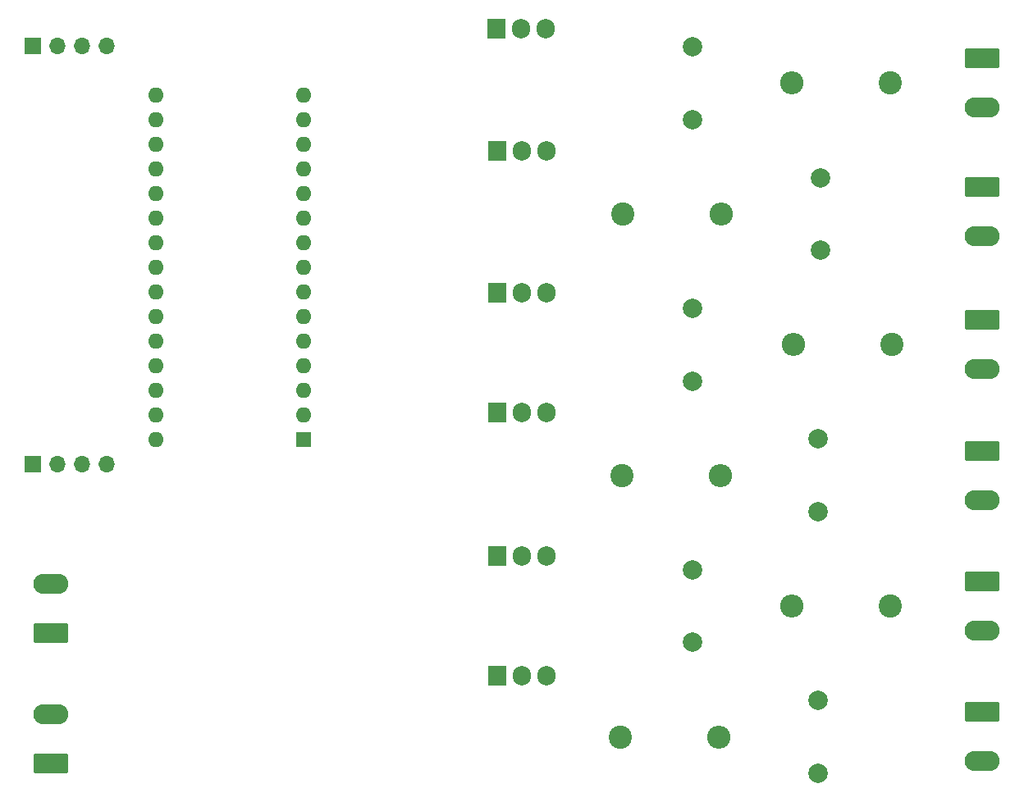
<source format=gbr>
%TF.GenerationSoftware,KiCad,Pcbnew,(6.0.7)*%
%TF.CreationDate,2023-02-22T11:31:18+02:00*%
%TF.ProjectId,Lamps_Type5,4c616d70-735f-4547-9970-65352e6b6963,rev?*%
%TF.SameCoordinates,Original*%
%TF.FileFunction,Soldermask,Bot*%
%TF.FilePolarity,Negative*%
%FSLAX46Y46*%
G04 Gerber Fmt 4.6, Leading zero omitted, Abs format (unit mm)*
G04 Created by KiCad (PCBNEW (6.0.7)) date 2023-02-22 11:31:18*
%MOMM*%
%LPD*%
G01*
G04 APERTURE LIST*
G04 Aperture macros list*
%AMRoundRect*
0 Rectangle with rounded corners*
0 $1 Rounding radius*
0 $2 $3 $4 $5 $6 $7 $8 $9 X,Y pos of 4 corners*
0 Add a 4 corners polygon primitive as box body*
4,1,4,$2,$3,$4,$5,$6,$7,$8,$9,$2,$3,0*
0 Add four circle primitives for the rounded corners*
1,1,$1+$1,$2,$3*
1,1,$1+$1,$4,$5*
1,1,$1+$1,$6,$7*
1,1,$1+$1,$8,$9*
0 Add four rect primitives between the rounded corners*
20,1,$1+$1,$2,$3,$4,$5,0*
20,1,$1+$1,$4,$5,$6,$7,0*
20,1,$1+$1,$6,$7,$8,$9,0*
20,1,$1+$1,$8,$9,$2,$3,0*%
G04 Aperture macros list end*
%ADD10RoundRect,0.249999X-1.550001X0.790001X-1.550001X-0.790001X1.550001X-0.790001X1.550001X0.790001X0*%
%ADD11O,3.600000X2.080000*%
%ADD12R,1.905000X2.000000*%
%ADD13O,1.905000X2.000000*%
%ADD14C,2.400000*%
%ADD15O,2.400000X2.400000*%
%ADD16C,2.000000*%
%ADD17R,1.700000X1.700000*%
%ADD18O,1.700000X1.700000*%
%ADD19RoundRect,0.249999X1.550001X-0.790001X1.550001X0.790001X-1.550001X0.790001X-1.550001X-0.790001X0*%
%ADD20R,1.600000X1.600000*%
%ADD21O,1.600000X1.600000*%
G04 APERTURE END LIST*
D10*
%TO.C,J9*%
X259637500Y-115930000D03*
D11*
X259637500Y-121010000D03*
%TD*%
D12*
%TO.C,Q4*%
X209530000Y-85010000D03*
D13*
X212070000Y-85010000D03*
X214610000Y-85010000D03*
%TD*%
D14*
%TO.C,R17*%
X250110000Y-51010000D03*
D15*
X239950000Y-51010000D03*
%TD*%
D16*
%TO.C,C17*%
X229700000Y-81760000D03*
X229700000Y-74260000D03*
%TD*%
%TO.C,C25*%
X242700000Y-122260000D03*
X242700000Y-114760000D03*
%TD*%
D10*
%TO.C,J7*%
X259637500Y-88970000D03*
D11*
X259637500Y-94050000D03*
%TD*%
D16*
%TO.C,C24*%
X229700000Y-108760000D03*
X229700000Y-101260000D03*
%TD*%
D14*
%TO.C,R18*%
X222540000Y-64510000D03*
D15*
X232700000Y-64510000D03*
%TD*%
D12*
%TO.C,Q5*%
X209530000Y-99865000D03*
D13*
X212070000Y-99865000D03*
X214610000Y-99865000D03*
%TD*%
D12*
%TO.C,Q3*%
X209530000Y-72665000D03*
D13*
X212070000Y-72665000D03*
X214610000Y-72665000D03*
%TD*%
D10*
%TO.C,J6*%
X259637500Y-75470000D03*
D11*
X259637500Y-80550000D03*
%TD*%
D16*
%TO.C,C18*%
X242700000Y-95260000D03*
X242700000Y-87760000D03*
%TD*%
D12*
%TO.C,Q6*%
X209530000Y-112210000D03*
D13*
X212070000Y-112210000D03*
X214610000Y-112210000D03*
%TD*%
D14*
%TO.C,R29*%
X250110000Y-105010000D03*
D15*
X239950000Y-105010000D03*
%TD*%
D17*
%TO.C,J3*%
X161620000Y-47190000D03*
D18*
X164160000Y-47190000D03*
X166700000Y-47190000D03*
X169240000Y-47190000D03*
%TD*%
D14*
%TO.C,R19*%
X250270000Y-78010000D03*
D15*
X240110000Y-78010000D03*
%TD*%
D10*
%TO.C,J8*%
X259637500Y-102470000D03*
D11*
X259637500Y-107550000D03*
%TD*%
D12*
%TO.C,Q1*%
X209470000Y-45410000D03*
D13*
X212010000Y-45410000D03*
X214550000Y-45410000D03*
%TD*%
D16*
%TO.C,C15*%
X229700000Y-54760000D03*
X229700000Y-47260000D03*
%TD*%
D17*
%TO.C,J2*%
X161660000Y-90370000D03*
D18*
X164200000Y-90370000D03*
X166740000Y-90370000D03*
X169280000Y-90370000D03*
%TD*%
D10*
%TO.C,J5*%
X259637500Y-61720000D03*
D11*
X259637500Y-66800000D03*
%TD*%
D19*
%TO.C,J1*%
X163500000Y-121250000D03*
D11*
X163500000Y-116170000D03*
%TD*%
D12*
%TO.C,Q2*%
X209530000Y-58010000D03*
D13*
X212070000Y-58010000D03*
X214610000Y-58010000D03*
%TD*%
D11*
%TO.C,J10*%
X163500000Y-102670000D03*
D19*
X163500000Y-107750000D03*
%TD*%
D16*
%TO.C,C16*%
X242950000Y-68260000D03*
X242950000Y-60760000D03*
%TD*%
D14*
%TO.C,R20*%
X222450000Y-91510000D03*
D15*
X232610000Y-91510000D03*
%TD*%
D10*
%TO.C,J4*%
X259637500Y-48470000D03*
D11*
X259637500Y-53550000D03*
%TD*%
D14*
%TO.C,R30*%
X222290000Y-118510000D03*
D15*
X232450000Y-118510000D03*
%TD*%
D20*
%TO.C,A1*%
X189610000Y-87770000D03*
D21*
X189610000Y-85230000D03*
X189610000Y-82690000D03*
X189610000Y-80150000D03*
X189610000Y-77610000D03*
X189610000Y-75070000D03*
X189610000Y-72530000D03*
X189610000Y-69990000D03*
X189610000Y-67450000D03*
X189610000Y-64910000D03*
X189610000Y-62370000D03*
X189610000Y-59830000D03*
X189610000Y-57290000D03*
X189610000Y-54750000D03*
X189610000Y-52210000D03*
X174370000Y-52210000D03*
X174370000Y-54750000D03*
X174370000Y-57290000D03*
X174370000Y-59830000D03*
X174370000Y-62370000D03*
X174370000Y-64910000D03*
X174370000Y-67450000D03*
X174370000Y-69990000D03*
X174370000Y-72530000D03*
X174370000Y-75070000D03*
X174370000Y-77610000D03*
X174370000Y-80150000D03*
X174370000Y-82690000D03*
X174370000Y-85230000D03*
X174370000Y-87770000D03*
%TD*%
M02*

</source>
